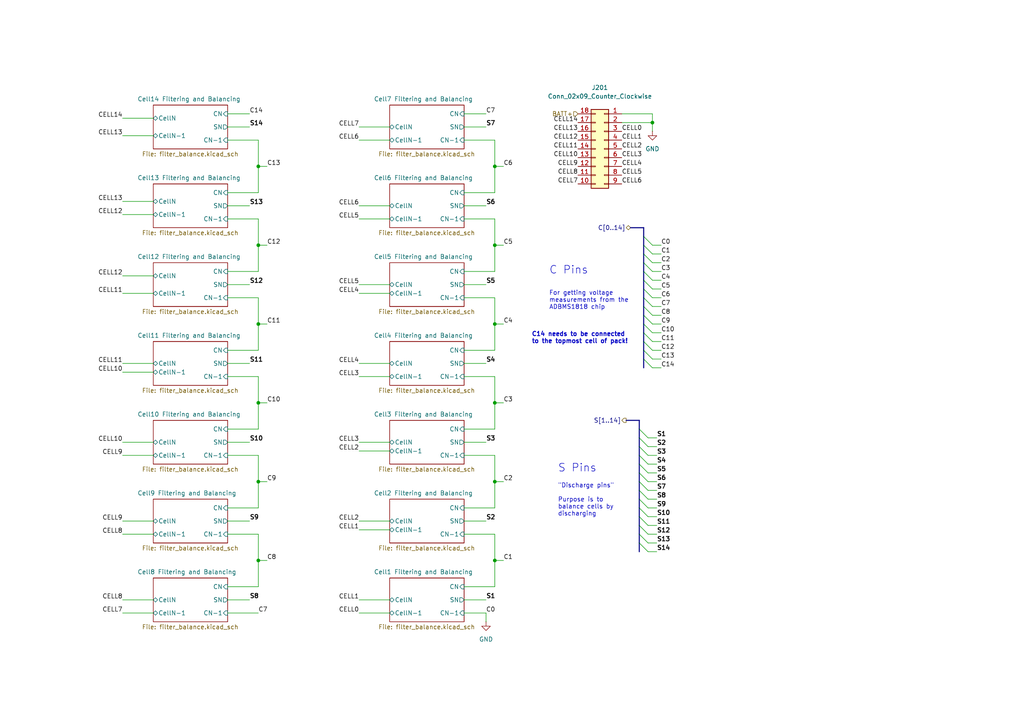
<source format=kicad_sch>
(kicad_sch (version 20250114) (generator "eeschema") (generator_version "9.0")
  (paper "A4")
  (lib_symbols
    (symbol "Connector_Generic:Conn_02x09_Counter_Clockwise" (pin_names (offset 1.016) (hide yes))
      (property "Reference" "J" (at 1.27 12.7 0))
      (property "Value" "Conn_02x09_Counter_Clockwise" (at 1.27 -12.7 0))
      (symbol "Conn_02x09_Counter_Clockwise_1_1"
        (rectangle (start -1.27 11.43) (end 3.81 -11.43) (stroke (width 0.254)) (fill (type background)))
        (rectangle (start -1.27 10.287) (end 0 10.033) (stroke (width 0.1524)))
        (rectangle (start -1.27 7.747) (end 0 7.493) (stroke (width 0.1524)))
        (rectangle (start -1.27 5.207) (end 0 4.953) (stroke (width 0.1524)))
        (rectangle (start -1.27 2.667) (end 0 2.413) (stroke (width 0.1524)))
        (rectangle (start -1.27 0.127) (end 0 -0.127) (stroke (width 0.1524)))
        (rectangle (start -1.27 -2.413) (end 0 -2.667) (stroke (width 0.1524)))
        (rectangle (start -1.27 -4.953) (end 0 -5.207) (stroke (width 0.1524)))
        (rectangle (start -1.27 -7.493) (end 0 -7.747) (stroke (width 0.1524)))
        (rectangle (start -1.27 -10.033) (end 0 -10.287) (stroke (width 0.1524)))
        (rectangle (start 3.81 10.287) (end 2.54 10.033) (stroke (width 0.1524)))
        (rectangle (start 3.81 7.747) (end 2.54 7.493) (stroke (width 0.1524)))
        (rectangle (start 3.81 5.207) (end 2.54 4.953) (stroke (width 0.1524)))
        (rectangle (start 3.81 2.667) (end 2.54 2.413) (stroke (width 0.1524)))
        (rectangle (start 3.81 0.127) (end 2.54 -0.127) (stroke (width 0.1524)))
        (rectangle (start 3.81 -2.413) (end 2.54 -2.667) (stroke (width 0.1524)))
        (rectangle (start 3.81 -4.953) (end 2.54 -5.207) (stroke (width 0.1524)))
        (rectangle (start 3.81 -7.493) (end 2.54 -7.747) (stroke (width 0.1524)))
        (rectangle (start 3.81 -10.033) (end 2.54 -10.287) (stroke (width 0.1524)))
        (pin passive line (at -5.08 10.16 0) (length 3.81) (name "Pin_1") (number "1"))
        (pin passive line (at -5.08 7.62 0) (length 3.81) (name "Pin_2") (number "2"))
        (pin passive line (at -5.08 5.08 0) (length 3.81) (name "Pin_3") (number "3"))
        (pin passive line (at -5.08 2.54 0) (length 3.81) (name "Pin_4") (number "4"))
        (pin passive line (at -5.08 0 0) (length 3.81) (name "Pin_5") (number "5"))
        (pin passive line (at -5.08 -2.54 0) (length 3.81) (name "Pin_6") (number "6"))
        (pin passive line (at -5.08 -5.08 0) (length 3.81) (name "Pin_7") (number "7"))
        (pin passive line (at -5.08 -7.62 0) (length 3.81) (name "Pin_8") (number "8"))
        (pin passive line (at -5.08 -10.16 0) (length 3.81) (name "Pin_9") (number "9"))
        (pin passive line (at 7.62 10.16 180) (length 3.81) (name "Pin_18") (number "18"))
        (pin passive line (at 7.62 7.62 180) (length 3.81) (name "Pin_17") (number "17"))
        (pin passive line (at 7.62 5.08 180) (length 3.81) (name "Pin_16") (number "16"))
        (pin passive line (at 7.62 2.54 180) (length 3.81) (name "Pin_15") (number "15"))
        (pin passive line (at 7.62 0 180) (length 3.81) (name "Pin_14") (number "14"))
        (pin passive line (at 7.62 -2.54 180) (length 3.81) (name "Pin_13") (number "13"))
        (pin passive line (at 7.62 -5.08 180) (length 3.81) (name "Pin_12") (number "12"))
        (pin passive line (at 7.62 -7.62 180) (length 3.81) (name "Pin_11") (number "11"))
        (pin passive line (at 7.62 -10.16 180) (length 3.81) (name "Pin_10") (number "10"))
      )
    )
    (symbol "power:GND" (power) (pin_numbers (hide yes)) (pin_names (offset 0) (hide yes))
      (property "Value" "GND" (at 0 -3.81 0))
      (symbol "GND_0_1"
        (polyline (pts (xy 0 0) (xy 0 -1.27) (xy 1.27 -1.27) (xy 0 -2.54) (xy -1.27 -1.27) (xy 0 -1.27)))
      )
      (symbol "GND_1_1"
        (pin power_in line (at 0 0 270) (length 0) (name "~") (number "1"))
      )
    )
  )
  (text "\"Discharge pins\"\n\nPurpose is to\nbalance cells by\ndischarging" (at 161.798 149.86 0) (effects (font (size 1.27 1.27)) (justify left bottom)))
  (text "C14 needs to be connected\nto the topmost cell of pack!" (at 154.178 99.822 0) (effects (font (size 1.27 1.27) (thickness 0.254) (bold yes)) (justify left bottom)))
  (text "C Pins" (at 159.258 79.756 0) (effects (font (size 2.2606 2.2606)) (justify left bottom)))
  (text "For getting voltage\nmeasurements from the\nADBMS1818 chip" (at 159.258 89.916 0) (effects (font (size 1.27 1.27)) (justify left bottom)))
  (text "S Pins" (at 161.798 137.16 0) (effects (font (size 2.2606 2.2606)) (justify left bottom)))
  (junction (at 143.51 116.84))
  (junction (at 74.93 48.26))
  (junction (at 74.93 162.56))
  (junction (at 143.51 139.7))
  (junction (at 74.93 139.7))
  (junction (at 143.51 162.56))
  (junction (at 143.51 71.12))
  (junction (at 74.93 116.84))
  (junction (at 74.93 93.98))
  (junction (at 143.51 48.26))
  (junction (at 143.51 93.98))
  (junction (at 189.23 35.56))
  (junction (at 74.93 71.12))
  (bus_entry (at 186.69 73.66) (size 2.54 2.54))
  (bus_entry (at 185.42 142.24) (size 2.54 2.54))
  (bus_entry (at 186.69 81.28) (size 2.54 2.54))
  (bus_entry (at 185.42 132.08) (size 2.54 2.54))
  (bus_entry (at 185.42 154.94) (size 2.54 2.54))
  (bus_entry (at 185.42 157.48) (size 2.54 2.54))
  (bus_entry (at 186.69 68.58) (size 2.54 2.54))
  (bus_entry (at 185.42 137.16) (size 2.54 2.54))
  (bus_entry (at 185.42 152.4) (size 2.54 2.54))
  (bus_entry (at 185.42 149.86) (size 2.54 2.54))
  (bus_entry (at 186.69 96.52) (size 2.54 2.54))
  (bus_entry (at 186.69 88.9) (size 2.54 2.54))
  (bus_entry (at 186.69 104.14) (size 2.54 2.54))
  (bus_entry (at 185.42 129.54) (size 2.54 2.54))
  (bus_entry (at 186.69 76.2) (size 2.54 2.54))
  (bus_entry (at 186.69 86.36) (size 2.54 2.54))
  (bus_entry (at 185.42 127) (size 2.54 2.54))
  (bus_entry (at 186.69 83.82) (size 2.54 2.54))
  (bus_entry (at 186.69 99.06) (size 2.54 2.54))
  (bus_entry (at 186.69 93.98) (size 2.54 2.54))
  (bus_entry (at 185.42 139.7) (size 2.54 2.54))
  (bus_entry (at 185.42 144.78) (size 2.54 2.54))
  (bus_entry (at 185.42 134.62) (size 2.54 2.54))
  (bus_entry (at 186.69 91.44) (size 2.54 2.54))
  (bus_entry (at 185.42 147.32) (size 2.54 2.54))
  (bus_entry (at 185.42 124.46) (size 2.54 2.54))
  (bus_entry (at 186.69 71.12) (size 2.54 2.54))
  (bus_entry (at 186.69 101.6) (size 2.54 2.54))
  (bus_entry (at 186.69 78.74) (size 2.54 2.54))
  (wire (pts (xy 146.05 48.26) (xy 143.51 48.26)))
  (wire (pts (xy 189.23 88.9) (xy 191.77 88.9)))
  (wire (pts (xy 189.23 91.44) (xy 191.77 91.44)))
  (wire (pts (xy 146.05 139.7) (xy 143.51 139.7)))
  (wire (pts (xy 113.03 40.64) (xy 104.14 40.64)))
  (bus (pts (xy 186.69 93.98) (xy 186.69 96.52)))
  (wire (pts (xy 66.04 177.8) (xy 74.93 177.8)))
  (wire (pts (xy 74.93 40.64) (xy 74.93 48.26)))
  (wire (pts (xy 113.03 151.13) (xy 104.14 151.13)))
  (wire (pts (xy 66.04 147.32) (xy 74.93 147.32)))
  (wire (pts (xy 74.93 71.12) (xy 74.93 78.74)))
  (wire (pts (xy 143.51 63.5) (xy 134.62 63.5)))
  (wire (pts (xy 189.23 96.52) (xy 191.77 96.52)))
  (wire (pts (xy 74.93 63.5) (xy 74.93 71.12)))
  (wire (pts (xy 35.56 58.42) (xy 44.45 58.42)))
  (wire (pts (xy 66.04 82.55) (xy 72.39 82.55)))
  (wire (pts (xy 143.51 109.22) (xy 134.62 109.22)))
  (wire (pts (xy 143.51 109.22) (xy 143.51 116.84)))
  (wire (pts (xy 189.23 73.66) (xy 191.77 73.66)))
  (bus (pts (xy 186.69 101.6) (xy 186.69 104.14)))
  (wire (pts (xy 113.03 128.27) (xy 104.14 128.27)))
  (wire (pts (xy 74.93 86.36) (xy 74.93 93.98)))
  (bus (pts (xy 185.42 144.78) (xy 185.42 147.32)))
  (wire (pts (xy 187.96 152.4) (xy 190.5 152.4)))
  (bus (pts (xy 185.42 154.94) (xy 185.42 157.48)))
  (wire (pts (xy 35.56 39.37) (xy 44.45 39.37)))
  (wire (pts (xy 74.93 93.98) (xy 74.93 101.6)))
  (bus (pts (xy 186.69 96.52) (xy 186.69 99.06)))
  (wire (pts (xy 66.04 128.27) (xy 72.39 128.27)))
  (bus (pts (xy 185.42 121.92) (xy 185.42 124.46)))
  (wire (pts (xy 77.47 162.56) (xy 74.93 162.56)))
  (wire (pts (xy 134.62 82.55) (xy 140.97 82.55)))
  (wire (pts (xy 113.03 130.81) (xy 104.14 130.81)))
  (wire (pts (xy 113.03 105.41) (xy 104.14 105.41)))
  (wire (pts (xy 134.62 36.83) (xy 140.97 36.83)))
  (bus (pts (xy 185.42 152.4) (xy 185.42 154.94)))
  (wire (pts (xy 143.51 116.84) (xy 143.51 124.46)))
  (bus (pts (xy 186.69 78.74) (xy 186.69 81.28)))
  (wire (pts (xy 77.47 139.7) (xy 74.93 139.7)))
  (wire (pts (xy 140.97 177.8) (xy 140.97 180.34)))
  (wire (pts (xy 77.47 71.12) (xy 74.93 71.12)))
  (bus (pts (xy 186.69 76.2) (xy 186.69 78.74)))
  (wire (pts (xy 134.62 147.32) (xy 143.51 147.32)))
  (wire (pts (xy 187.96 157.48) (xy 190.5 157.48)))
  (wire (pts (xy 113.03 109.22) (xy 104.14 109.22)))
  (wire (pts (xy 74.93 63.5) (xy 66.04 63.5)))
  (bus (pts (xy 186.69 91.44) (xy 186.69 93.98)))
  (wire (pts (xy 66.04 101.6) (xy 74.93 101.6)))
  (wire (pts (xy 44.45 151.13) (xy 35.56 151.13)))
  (bus (pts (xy 186.69 88.9) (xy 186.69 91.44)))
  (wire (pts (xy 189.23 81.28) (xy 191.77 81.28)))
  (wire (pts (xy 66.04 173.99) (xy 72.39 173.99)))
  (wire (pts (xy 189.23 99.06) (xy 191.77 99.06)))
  (wire (pts (xy 189.23 78.74) (xy 191.77 78.74)))
  (wire (pts (xy 74.93 154.94) (xy 66.04 154.94)))
  (wire (pts (xy 180.34 35.56) (xy 189.23 35.56)))
  (wire (pts (xy 35.56 34.29) (xy 44.45 34.29)))
  (wire (pts (xy 44.45 128.27) (xy 35.56 128.27)))
  (bus (pts (xy 181.61 121.92) (xy 185.42 121.92)))
  (bus (pts (xy 185.42 124.46) (xy 185.42 127)))
  (wire (pts (xy 187.96 127) (xy 190.5 127)))
  (wire (pts (xy 134.62 124.46) (xy 143.51 124.46)))
  (wire (pts (xy 134.62 151.13) (xy 140.97 151.13)))
  (bus (pts (xy 185.42 149.86) (xy 185.42 152.4)))
  (wire (pts (xy 187.96 142.24) (xy 190.5 142.24)))
  (wire (pts (xy 187.96 149.86) (xy 190.5 149.86)))
  (wire (pts (xy 187.96 154.94) (xy 190.5 154.94)))
  (wire (pts (xy 189.23 83.82) (xy 191.77 83.82)))
  (wire (pts (xy 44.45 132.08) (xy 35.56 132.08)))
  (wire (pts (xy 44.45 107.95) (xy 35.56 107.95)))
  (wire (pts (xy 134.62 173.99) (xy 140.97 173.99)))
  (wire (pts (xy 187.96 134.62) (xy 190.5 134.62)))
  (wire (pts (xy 134.62 128.27) (xy 140.97 128.27)))
  (wire (pts (xy 189.23 76.2) (xy 191.77 76.2)))
  (wire (pts (xy 187.96 139.7) (xy 190.5 139.7)))
  (wire (pts (xy 66.04 105.41) (xy 72.39 105.41)))
  (wire (pts (xy 113.03 59.69) (xy 104.14 59.69)))
  (wire (pts (xy 113.03 173.99) (xy 104.14 173.99)))
  (bus (pts (xy 186.69 73.66) (xy 186.69 76.2)))
  (wire (pts (xy 66.04 170.18) (xy 74.93 170.18)))
  (bus (pts (xy 185.42 134.62) (xy 185.42 137.16)))
  (wire (pts (xy 113.03 63.5) (xy 104.14 63.5)))
  (wire (pts (xy 187.96 144.78) (xy 190.5 144.78)))
  (bus (pts (xy 186.69 99.06) (xy 186.69 101.6)))
  (wire (pts (xy 143.51 162.56) (xy 143.51 170.18)))
  (wire (pts (xy 143.51 139.7) (xy 143.51 147.32)))
  (wire (pts (xy 134.62 170.18) (xy 143.51 170.18)))
  (wire (pts (xy 143.51 40.64) (xy 143.51 48.26)))
  (bus (pts (xy 185.42 142.24) (xy 185.42 144.78)))
  (wire (pts (xy 143.51 63.5) (xy 143.51 71.12)))
  (wire (pts (xy 189.23 93.98) (xy 191.77 93.98)))
  (wire (pts (xy 113.03 153.67) (xy 104.14 153.67)))
  (wire (pts (xy 35.56 62.23) (xy 44.45 62.23)))
  (wire (pts (xy 113.03 85.09) (xy 104.14 85.09)))
  (wire (pts (xy 35.56 177.8) (xy 44.45 177.8)))
  (bus (pts (xy 186.69 81.28) (xy 186.69 83.82)))
  (wire (pts (xy 66.04 132.08) (xy 74.93 132.08)))
  (wire (pts (xy 77.47 48.26) (xy 74.93 48.26)))
  (wire (pts (xy 44.45 80.01) (xy 35.56 80.01)))
  (wire (pts (xy 187.96 132.08) (xy 190.5 132.08)))
  (wire (pts (xy 134.62 33.02) (xy 140.97 33.02)))
  (wire (pts (xy 187.96 137.16) (xy 190.5 137.16)))
  (wire (pts (xy 77.47 93.98) (xy 74.93 93.98)))
  (wire (pts (xy 44.45 105.41) (xy 35.56 105.41)))
  (wire (pts (xy 74.93 154.94) (xy 74.93 162.56)))
  (wire (pts (xy 134.62 78.74) (xy 143.51 78.74)))
  (bus (pts (xy 186.69 83.82) (xy 186.69 86.36)))
  (wire (pts (xy 74.93 48.26) (xy 74.93 55.88)))
  (wire (pts (xy 74.93 86.36) (xy 66.04 86.36)))
  (wire (pts (xy 66.04 55.88) (xy 74.93 55.88)))
  (wire (pts (xy 66.04 59.69) (xy 72.39 59.69)))
  (wire (pts (xy 143.51 86.36) (xy 134.62 86.36)))
  (wire (pts (xy 44.45 154.94) (xy 35.56 154.94)))
  (wire (pts (xy 74.93 109.22) (xy 66.04 109.22)))
  (bus (pts (xy 186.69 68.58) (xy 186.69 71.12)))
  (wire (pts (xy 74.93 116.84) (xy 74.93 124.46)))
  (wire (pts (xy 66.04 36.83) (xy 72.39 36.83)))
  (wire (pts (xy 143.51 132.08) (xy 143.51 139.7)))
  (wire (pts (xy 74.93 162.56) (xy 74.93 170.18)))
  (wire (pts (xy 44.45 173.99) (xy 35.56 173.99)))
  (wire (pts (xy 134.62 105.41) (xy 140.97 105.41)))
  (wire (pts (xy 134.62 59.69) (xy 140.97 59.69)))
  (wire (pts (xy 187.96 147.32) (xy 190.5 147.32)))
  (wire (pts (xy 146.05 93.98) (xy 143.51 93.98)))
  (bus (pts (xy 186.69 86.36) (xy 186.69 88.9)))
  (wire (pts (xy 146.05 71.12) (xy 143.51 71.12)))
  (wire (pts (xy 113.03 82.55) (xy 104.14 82.55)))
  (wire (pts (xy 104.14 177.8) (xy 113.03 177.8)))
  (wire (pts (xy 189.23 104.14) (xy 191.77 104.14)))
  (wire (pts (xy 143.51 154.94) (xy 134.62 154.94)))
  (bus (pts (xy 185.42 129.54) (xy 185.42 132.08)))
  (wire (pts (xy 66.04 78.74) (xy 74.93 78.74)))
  (bus (pts (xy 185.42 139.7) (xy 185.42 142.24)))
  (wire (pts (xy 143.51 40.64) (xy 134.62 40.64)))
  (wire (pts (xy 189.23 71.12) (xy 191.77 71.12)))
  (wire (pts (xy 143.51 86.36) (xy 143.51 93.98)))
  (wire (pts (xy 143.51 48.26) (xy 143.51 55.88)))
  (bus (pts (xy 182.88 66.04) (xy 186.69 66.04)))
  (wire (pts (xy 143.51 154.94) (xy 143.51 162.56)))
  (bus (pts (xy 185.42 137.16) (xy 185.42 139.7)))
  (bus (pts (xy 186.69 71.12) (xy 186.69 73.66)))
  (wire (pts (xy 74.93 109.22) (xy 74.93 116.84)))
  (wire (pts (xy 77.47 116.84) (xy 74.93 116.84)))
  (wire (pts (xy 134.62 177.8) (xy 140.97 177.8)))
  (wire (pts (xy 74.93 132.08) (xy 74.93 139.7)))
  (wire (pts (xy 35.56 85.09) (xy 44.45 85.09)))
  (bus (pts (xy 186.69 66.04) (xy 186.69 68.58)))
  (wire (pts (xy 134.62 55.88) (xy 143.51 55.88)))
  (wire (pts (xy 104.14 36.83) (xy 113.03 36.83)))
  (wire (pts (xy 189.23 33.02) (xy 189.23 35.56)))
  (bus (pts (xy 186.69 104.14) (xy 186.69 106.68)))
  (wire (pts (xy 187.96 129.54) (xy 190.5 129.54)))
  (wire (pts (xy 187.96 160.02) (xy 190.5 160.02)))
  (wire (pts (xy 66.04 151.13) (xy 72.39 151.13)))
  (wire (pts (xy 146.05 116.84) (xy 143.51 116.84)))
  (wire (pts (xy 134.62 132.08) (xy 143.51 132.08)))
  (wire (pts (xy 66.04 33.02) (xy 72.39 33.02)))
  (wire (pts (xy 146.05 162.56) (xy 143.51 162.56)))
  (bus (pts (xy 185.42 127) (xy 185.42 129.54)))
  (wire (pts (xy 143.51 93.98) (xy 143.51 101.6)))
  (bus (pts (xy 185.42 157.48) (xy 185.42 160.02)))
  (wire (pts (xy 189.23 106.68) (xy 191.77 106.68)))
  (wire (pts (xy 134.62 101.6) (xy 143.51 101.6)))
  (wire (pts (xy 74.93 139.7) (xy 74.93 147.32)))
  (wire (pts (xy 74.93 40.64) (xy 66.04 40.64)))
  (bus (pts (xy 185.42 147.32) (xy 185.42 149.86)))
  (wire (pts (xy 189.23 101.6) (xy 191.77 101.6)))
  (wire (pts (xy 143.51 71.12) (xy 143.51 78.74)))
  (wire (pts (xy 189.23 38.1) (xy 189.23 35.56)))
  (wire (pts (xy 66.04 124.46) (xy 74.93 124.46)))
  (wire (pts (xy 180.34 33.02) (xy 189.23 33.02)))
  (wire (pts (xy 189.23 86.36) (xy 191.77 86.36)))
  (bus (pts (xy 185.42 132.08) (xy 185.42 134.62)))
  (label "S5" (at 140.97 82.55 0) (effects (font (thickness 0.254) (bold yes))))
  (label "S3" (at 140.97 128.27 0) (effects (font (thickness 0.254) (bold yes))))
  (label "S10" (at 190.5 149.86 0) (effects (font (thickness 0.254) (bold yes))))
  (label "S12" (at 190.5 154.94 0) (effects (font (thickness 0.254) (bold yes))))
  (label "CELL6" (at 104.14 59.69 180))
  (label "C2" (at 191.77 76.2 0))
  (label "CELL14" (at 167.64 35.56 180))
  (label "CELL11" (at 35.56 105.41 180))
  (label "CELL2" (at 180.34 43.18 0))
  (label "C11" (at 191.77 99.06 0))
  (label "S4" (at 140.97 105.41 0) (effects (font (thickness 0.254) (bold yes))))
  (label "C4" (at 191.77 81.28 0))
  (label "CELL1" (at 180.34 40.64 0))
  (label "CELL12" (at 167.64 40.64 180))
  (label "C1" (at 146.05 162.56 0))
  (label "S9" (at 72.39 151.13 0) (effects (font (thickness 0.254) (bold yes))))
  (label "CELL1" (at 104.14 153.67 180))
  (label "CELL4" (at 180.34 48.26 0))
  (label "CELL12" (at 35.56 62.23 180))
  (label "CELL10" (at 167.64 45.72 180))
  (label "S9" (at 190.5 147.32 0) (effects (font (thickness 0.254) (bold yes))))
  (label "C10" (at 77.47 116.84 0))
  (label "S10" (at 72.39 128.27 0) (effects (font (thickness 0.254) (bold yes))))
  (label "CELL3" (at 180.34 45.72 0))
  (label "CELL11" (at 167.64 43.18 180))
  (label "S11" (at 190.5 152.4 0) (effects (font (thickness 0.254) (bold yes))))
  (label "CELL14" (at 35.56 34.29 180))
  (label "CELL5" (at 104.14 82.55 180))
  (label "S8" (at 190.5 144.78 0) (effects (font (thickness 0.254) (bold yes))))
  (label "CELL0" (at 104.14 177.8 180))
  (label "S8" (at 72.39 173.99 0) (effects (font (thickness 0.254) (bold yes))))
  (label "CELL2" (at 104.14 151.13 180))
  (label "C14" (at 191.77 106.68 0))
  (label "S1" (at 190.5 127 0) (effects (font (thickness 0.254) (bold yes))))
  (label "C4" (at 146.05 93.98 0))
  (label "C2" (at 146.05 139.7 0))
  (label "CELL4" (at 104.14 85.09 180))
  (label "C5" (at 146.05 71.12 0))
  (label "C3" (at 146.05 116.84 0))
  (label "CELL13" (at 167.64 38.1 180))
  (label "CELL13" (at 35.56 58.42 180))
  (label "S6" (at 190.5 139.7 0) (effects (font (thickness 0.254) (bold yes))))
  (label "S2" (at 140.97 151.13 0) (effects (font (thickness 0.254) (bold yes))))
  (label "C10" (at 191.77 96.52 0))
  (label "CELL9" (at 35.56 132.08 180))
  (label "S6" (at 140.97 59.69 0) (effects (font (thickness 0.254) (bold yes))))
  (label "C12" (at 77.47 71.12 0))
  (label "CELL3" (at 104.14 128.27 180))
  (label "C5" (at 191.77 83.82 0))
  (label "CELL6" (at 180.34 53.34 0))
  (label "S3" (at 190.5 132.08 0) (effects (font (thickness 0.254) (bold yes))))
  (label "CELL12" (at 35.56 80.01 180))
  (label "S12" (at 72.39 82.55 0) (effects (font (thickness 0.254) (bold yes))))
  (label "C12" (at 191.77 101.6 0))
  (label "CELL9" (at 35.56 151.13 180))
  (label "C8" (at 191.77 91.44 0))
  (label "C7" (at 140.97 33.02 0))
  (label "S1" (at 140.97 173.99 0) (effects (font (thickness 0.254) (bold yes))))
  (label "CELL10" (at 35.56 128.27 180))
  (label "CELL5" (at 104.14 63.5 180))
  (label "S13" (at 190.5 157.48 0) (effects (font (thickness 0.254) (bold yes))))
  (label "CELL8" (at 167.64 50.8 180))
  (label "CELL1" (at 104.14 173.99 180))
  (label "C13" (at 191.77 104.14 0))
  (label "CELL7" (at 167.64 53.34 180))
  (label "C6" (at 146.05 48.26 0))
  (label "CELL6" (at 104.14 40.64 180))
  (label "C9" (at 191.77 93.98 0))
  (label "C0" (at 140.97 177.8 0))
  (label "CELL3" (at 104.14 109.22 180))
  (label "CELL10" (at 35.56 107.95 180))
  (label "S14" (at 72.39 36.83 0) (effects (font (thickness 0.254) (bold yes))))
  (label "C13" (at 77.47 48.26 0))
  (label "S7" (at 140.97 36.83 0) (effects (font (thickness 0.254) (bold yes))))
  (label "CELL4" (at 104.14 105.41 180))
  (label "CELL2" (at 104.14 130.81 180))
  (label "C1" (at 191.77 73.66 0))
  (label "CELL7" (at 104.14 36.83 180))
  (label "S14" (at 190.5 160.02 0) (effects (font (thickness 0.254) (bold yes))))
  (label "C11" (at 77.47 93.98 0))
  (label "CELL11" (at 35.56 85.09 180))
  (label "S4" (at 190.5 134.62 0) (effects (font (thickness 0.254) (bold yes))))
  (label "C3" (at 191.77 78.74 0))
  (label "S11" (at 72.39 105.41 0) (effects (font (thickness 0.254) (bold yes))))
  (label "S5" (at 190.5 137.16 0) (effects (font (thickness 0.254) (bold yes))))
  (label "CELL7" (at 35.56 177.8 180))
  (label "CELL8" (at 35.56 154.94 180))
  (label "C8" (at 77.47 162.56 0))
  (label "S2" (at 190.5 129.54 0) (effects (font (thickness 0.254) (bold yes))))
  (label "CELL0" (at 180.34 38.1 0))
  (label "C14" (at 72.39 33.02 0))
  (label "S7" (at 190.5 142.24 0) (effects (font (thickness 0.254) (bold yes))))
  (label "C9" (at 77.47 139.7 0))
  (label "CELL13" (at 35.56 39.37 180))
  (label "CELL9" (at 167.64 48.26 180))
  (label "C7" (at 74.93 177.8 0))
  (label "CELL8" (at 35.56 173.99 180))
  (label "C6" (at 191.77 86.36 0))
  (label "C7" (at 191.77 88.9 0))
  (label "CELL5" (at 180.34 50.8 0))
  (label "C0" (at 191.77 71.12 0))
  (label "S13" (at 72.39 59.69 0) (effects (font (thickness 0.254) (bold yes))))
  (hierarchical_label "BATT+" (shape input) (at 167.64 33.02 180))
  (hierarchical_label "C[0..14]" (shape bidirectional) (at 182.88 66.04 180))
  (hierarchical_label "S[1..14]" (shape output) (at 181.61 121.92 180))
  (symbol (lib_id "power:GND") (at 140.97 180.34 0) (unit 1)
    (property "Reference" "#PWR0201" (effects (hide yes)))
    (property "Value" "GND" (at 140.97 185.42 0))
    (property "Description" "Power symbol creates a global label with name \"GND\" , ground" (effects (hide yes)))
  )
  (symbol (lib_id "Connector_Generic:Conn_02x09_Counter_Clockwise") (at 175.26 43.18 0) (mirror y) (unit 1)
    (property "Reference" "J201" (at 173.99 25.4 0))
    (property "Value" "Conn_02x09_Counter_Clockwise" (at 173.99 27.94 0))
    (property "Footprint" "Connector_PinSocket_2.54mm:PinSocket_2x09_P2.54mm_Vertical" (effects (hide yes)))
    (property "Description" "Generic connector, double row, 02x09, counter clockwise pin numbering scheme (similar to DIP package numbering), script generated (kicad-library-utils/schlib/autogen/connector/)" (effects (hide yes)))
  )
  (symbol (lib_id "power:GND") (at 189.23 38.1 0) (unit 1)
    (property "Reference" "#PWR0202" (effects (hide yes)))
    (property "Value" "GND" (at 189.23 43.18 0))
    (property "Description" "Power symbol creates a global label with name \"GND\" , ground" (effects (hide yes)))
  )
  (sheet (at 44.45 53.34) (size 21.59 12.7) (stroke (width 0.1524))
    (property "Sheetname" "Cell13 Filtering and Balancing" (at 39.878 52.324 0) (effects (justify left bottom)))
    (property "Sheetfile" "filter_balance.kicad_sch" (at 41.148 66.802 0) (effects (justify left top)))
    (pin "CellN" bidirectional (at 44.45 58.42 180))
    (pin "CN" input (at 66.04 55.88 0))
    (pin "CN-1" input (at 66.04 63.5 0))
    (pin "SN" output (at 66.04 59.69 0))
    (pin "CellN-1" bidirectional (at 44.45 62.23 180))
  )
  (sheet (at 44.45 30.48) (size 21.59 12.7) (stroke (width 0.1524))
    (property "Sheetname" "Cell14 Filtering and Balancing" (at 39.878 29.464 0) (effects (justify left bottom)))
    (property "Sheetfile" "filter_balance.kicad_sch" (at 41.148 43.942 0) (effects (justify left top)))
    (pin "CellN" bidirectional (at 44.45 34.29 180))
    (pin "CN" input (at 66.04 33.02 0))
    (pin "CN-1" input (at 66.04 40.64 0))
    (pin "SN" output (at 66.04 36.83 0))
    (pin "CellN-1" bidirectional (at 44.45 39.37 180))
  )
  (sheet (at 113.03 76.2) (size 21.59 12.7) (stroke (width 0.1524))
    (property "Sheetname" "Cell5 Filtering and Balancing" (at 108.458 75.184 0) (effects (justify left bottom)))
    (property "Sheetfile" "filter_balance.kicad_sch" (at 109.728 89.662 0) (effects (justify left top)))
    (pin "CellN" bidirectional (at 113.03 82.55 180))
    (pin "CN" input (at 134.62 78.74 0))
    (pin "CN-1" input (at 134.62 86.36 0))
    (pin "SN" output (at 134.62 82.55 0))
    (pin "CellN-1" bidirectional (at 113.03 85.09 180))
  )
  (sheet (at 44.45 167.64) (size 21.59 12.7) (stroke (width 0.1524))
    (property "Sheetname" "Cell8 Filtering and Balancing" (at 39.878 166.624 0) (effects (justify left bottom)))
    (property "Sheetfile" "filter_balance.kicad_sch" (at 41.148 181.102 0) (effects (justify left top)))
    (pin "CellN" bidirectional (at 44.45 173.99 180))
    (pin "CN" input (at 66.04 170.18 0))
    (pin "CN-1" input (at 66.04 177.8 0))
    (pin "SN" output (at 66.04 173.99 0))
    (pin "CellN-1" bidirectional (at 44.45 177.8 180))
  )
  (sheet (at 44.45 99.06) (size 21.59 12.7) (stroke (width 0.1524))
    (property "Sheetname" "Cell11 Filtering and Balancing" (at 39.878 98.044 0) (effects (justify left bottom)))
    (property "Sheetfile" "filter_balance.kicad_sch" (at 41.148 112.522 0) (effects (justify left top)))
    (pin "CellN" bidirectional (at 44.45 105.41 180))
    (pin "CN" input (at 66.04 101.6 0))
    (pin "CN-1" input (at 66.04 109.22 0))
    (pin "SN" output (at 66.04 105.41 0))
    (pin "CellN-1" bidirectional (at 44.45 107.95 180))
  )
  (sheet (at 44.45 121.92) (size 21.59 12.7) (stroke (width 0.1524))
    (property "Sheetname" "Cell10 Filtering and Balancing" (at 39.878 120.904 0) (effects (justify left bottom)))
    (property "Sheetfile" "filter_balance.kicad_sch" (at 41.148 135.382 0) (effects (justify left top)))
    (pin "CellN" bidirectional (at 44.45 128.27 180))
    (pin "CN" input (at 66.04 124.46 0))
    (pin "CN-1" input (at 66.04 132.08 0))
    (pin "SN" output (at 66.04 128.27 0))
    (pin "CellN-1" bidirectional (at 44.45 132.08 180))
  )
  (sheet (at 113.03 99.06) (size 21.59 12.7) (stroke (width 0.1524))
    (property "Sheetname" "Cell4 Filtering and Balancing" (at 108.458 98.044 0) (effects (justify left bottom)))
    (property "Sheetfile" "filter_balance.kicad_sch" (at 109.728 112.522 0) (effects (justify left top)))
    (pin "CellN" bidirectional (at 113.03 105.41 180))
    (pin "CN" input (at 134.62 101.6 0))
    (pin "CN-1" input (at 134.62 109.22 0))
    (pin "SN" output (at 134.62 105.41 0))
    (pin "CellN-1" bidirectional (at 113.03 109.22 180))
  )
  (sheet (at 44.45 144.78) (size 21.59 12.7) (stroke (width 0.1524))
    (property "Sheetname" "Cell9 Filtering and Balancing" (at 39.878 143.764 0) (effects (justify left bottom)))
    (property "Sheetfile" "filter_balance.kicad_sch" (at 41.148 158.242 0) (effects (justify left top)))
    (pin "CellN" bidirectional (at 44.45 151.13 180))
    (pin "CN" input (at 66.04 147.32 0))
    (pin "CN-1" input (at 66.04 154.94 0))
    (pin "SN" output (at 66.04 151.13 0))
    (pin "CellN-1" bidirectional (at 44.45 154.94 180))
  )
  (sheet (at 113.03 167.64) (size 21.59 12.7) (stroke (width 0.1524))
    (property "Sheetname" "Cell1 Filtering and Balancing" (at 108.458 166.624 0) (effects (justify left bottom)))
    (property "Sheetfile" "filter_balance.kicad_sch" (at 109.728 181.102 0) (effects (justify left top)))
    (pin "CellN" bidirectional (at 113.03 173.99 180))
    (pin "CN" input (at 134.62 170.18 0))
    (pin "CN-1" input (at 134.62 177.8 0))
    (pin "SN" output (at 134.62 173.99 0))
    (pin "CellN-1" bidirectional (at 113.03 177.8 180))
  )
  (sheet (at 113.03 121.92) (size 21.59 12.7) (stroke (width 0.1524))
    (property "Sheetname" "Cell3 Filtering and Balancing" (at 108.458 120.904 0) (effects (justify left bottom)))
    (property "Sheetfile" "filter_balance.kicad_sch" (at 109.728 135.382 0) (effects (justify left top)))
    (pin "CellN" bidirectional (at 113.03 128.27 180))
    (pin "CN" input (at 134.62 124.46 0))
    (pin "CN-1" input (at 134.62 132.08 0))
    (pin "SN" output (at 134.62 128.27 0))
    (pin "CellN-1" bidirectional (at 113.03 130.81 180))
  )
  (sheet (at 44.45 76.2) (size 21.59 12.7) (stroke (width 0.1524))
    (property "Sheetname" "Cell12 Filtering and Balancing" (at 39.878 75.184 0) (effects (justify left bottom)))
    (property "Sheetfile" "filter_balance.kicad_sch" (at 41.148 89.662 0) (effects (justify left top)))
    (pin "CellN" bidirectional (at 44.45 80.01 180))
    (pin "CN" input (at 66.04 78.74 0))
    (pin "CN-1" input (at 66.04 86.36 0))
    (pin "SN" output (at 66.04 82.55 0))
    (pin "CellN-1" bidirectional (at 44.45 85.09 180))
  )
  (sheet (at 113.03 53.34) (size 21.59 12.7) (stroke (width 0.1524))
    (property "Sheetname" "Cell6 Filtering and Balancing" (at 108.458 52.324 0) (effects (justify left bottom)))
    (property "Sheetfile" "filter_balance.kicad_sch" (at 109.728 66.802 0) (effects (justify left top)))
    (pin "CellN" bidirectional (at 113.03 59.69 180))
    (pin "CN" input (at 134.62 55.88 0))
    (pin "CN-1" input (at 134.62 63.5 0))
    (pin "SN" output (at 134.62 59.69 0))
    (pin "CellN-1" bidirectional (at 113.03 63.5 180))
  )
  (sheet (at 113.03 30.48) (size 21.59 12.7) (stroke (width 0.1524))
    (property "Sheetname" "Cell7 Filtering and Balancing" (at 108.458 29.464 0) (effects (justify left bottom)))
    (property "Sheetfile" "filter_balance.kicad_sch" (at 109.728 43.942 0) (effects (justify left top)))
    (pin "CellN" bidirectional (at 113.03 36.83 180))
    (pin "CN" input (at 134.62 33.02 0))
    (pin "CN-1" input (at 134.62 40.64 0))
    (pin "SN" output (at 134.62 36.83 0))
    (pin "CellN-1" bidirectional (at 113.03 40.64 180))
  )
  (sheet (at 113.03 144.78) (size 21.59 12.7) (stroke (width 0.1524))
    (property "Sheetname" "Cell2 Filtering and Balancing" (at 108.458 143.764 0) (effects (justify left bottom)))
    (property "Sheetfile" "filter_balance.kicad_sch" (at 109.728 158.242 0) (effects (justify left top)))
    (pin "CellN" bidirectional (at 113.03 151.13 180))
    (pin "CN" input (at 134.62 147.32 0))
    (pin "CN-1" input (at 134.62 154.94 0))
    (pin "SN" output (at 134.62 151.13 0))
    (pin "CellN-1" bidirectional (at 113.03 153.67 180))
  )
)
</source>
